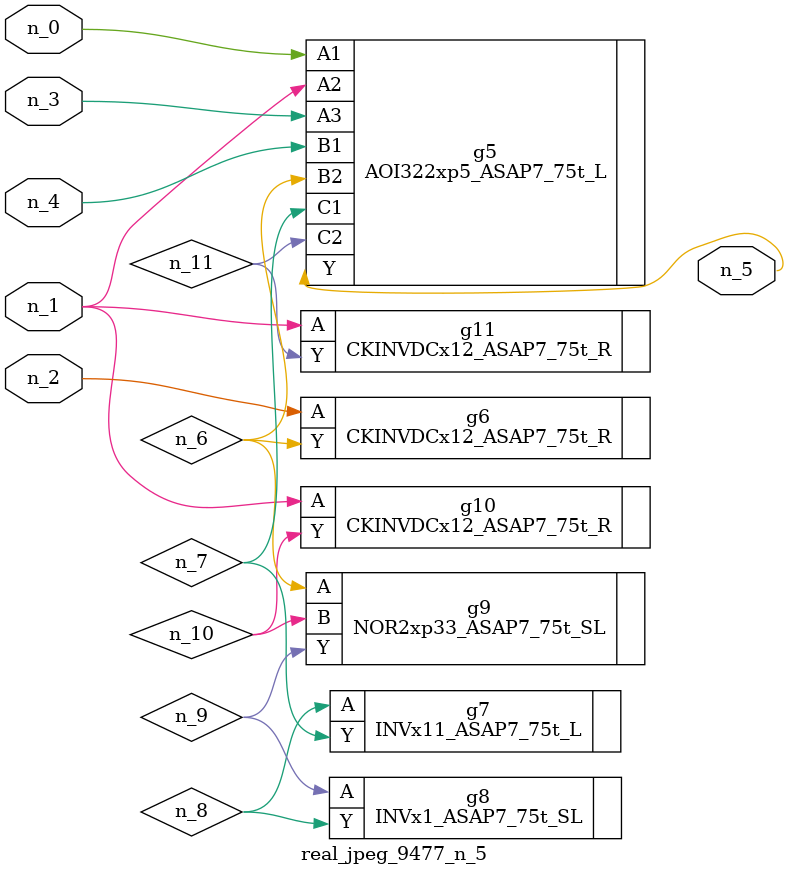
<source format=v>
module real_jpeg_9477_n_5 (n_4, n_0, n_1, n_2, n_3, n_5);

input n_4;
input n_0;
input n_1;
input n_2;
input n_3;

output n_5;

wire n_8;
wire n_11;
wire n_6;
wire n_7;
wire n_10;
wire n_9;

AOI322xp5_ASAP7_75t_L g5 ( 
.A1(n_0),
.A2(n_1),
.A3(n_3),
.B1(n_4),
.B2(n_6),
.C1(n_7),
.C2(n_11),
.Y(n_5)
);

CKINVDCx12_ASAP7_75t_R g10 ( 
.A(n_1),
.Y(n_10)
);

CKINVDCx12_ASAP7_75t_R g11 ( 
.A(n_1),
.Y(n_11)
);

CKINVDCx12_ASAP7_75t_R g6 ( 
.A(n_2),
.Y(n_6)
);

NOR2xp33_ASAP7_75t_SL g9 ( 
.A(n_6),
.B(n_10),
.Y(n_9)
);

INVx11_ASAP7_75t_L g7 ( 
.A(n_8),
.Y(n_7)
);

INVx1_ASAP7_75t_SL g8 ( 
.A(n_9),
.Y(n_8)
);


endmodule
</source>
